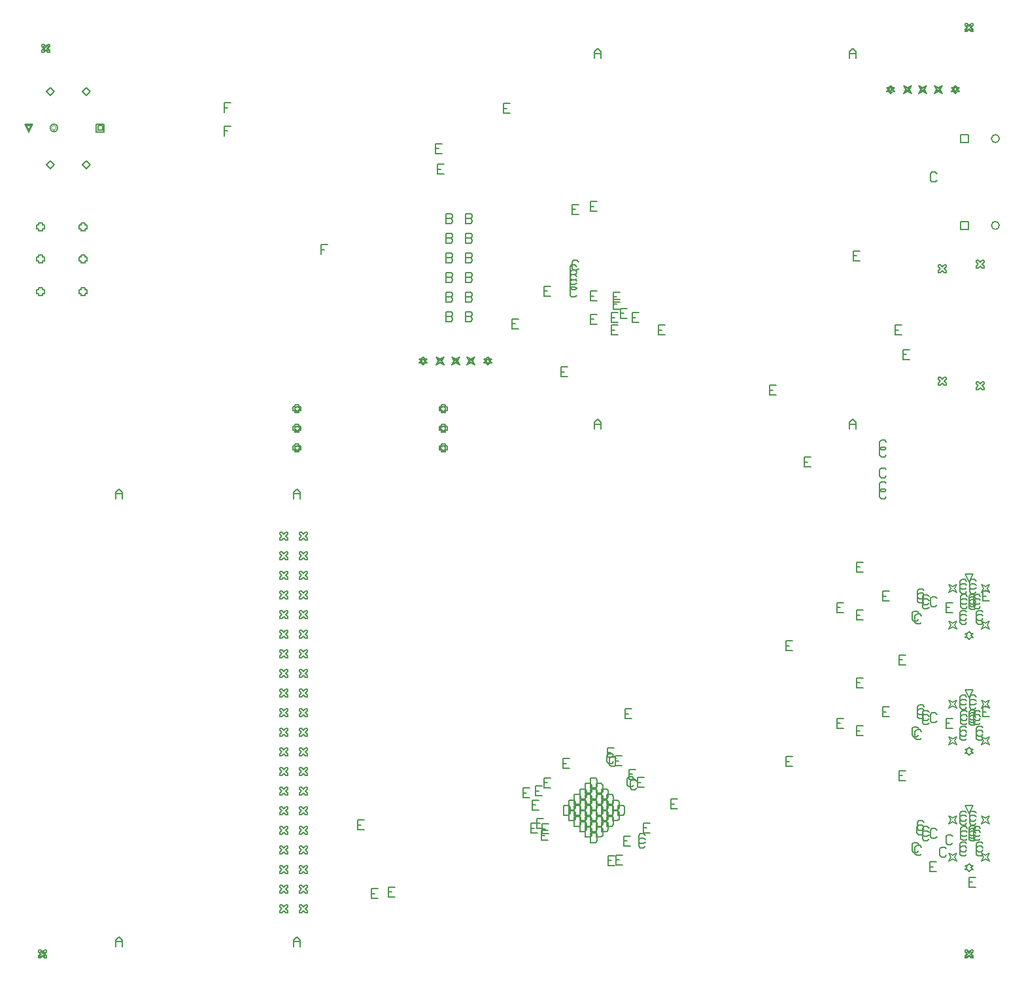
<source format=gbr>
%TF.GenerationSoftware,Altium Limited,Altium Designer,22.1.2 (22)*%
G04 Layer_Color=2752767*
%FSLAX26Y26*%
%MOIN*%
%TF.SameCoordinates,4DF63D30-2817-4CE9-9CB3-8786E99D956B*%
%TF.FilePolarity,Positive*%
%TF.FileFunction,Drawing*%
%TF.Part,Single*%
G01*
G75*
%TA.AperFunction,NonConductor*%
%ADD194C,0.005000*%
%ADD195C,0.006667*%
%ADD196C,0.004000*%
D194*
X5861890Y5319370D02*
Y5359370D01*
X5901890D01*
Y5319370D01*
X5861890D01*
Y4876850D02*
Y4916850D01*
X5901890D01*
Y4876850D01*
X5861890D01*
X5905512Y3080394D02*
X5885512Y3120394D01*
X5925512D01*
X5905512Y3080394D01*
Y2785118D02*
X5915512Y2795118D01*
X5925512D01*
X5915512Y2805118D01*
X5925512Y2815118D01*
X5915512D01*
X5905512Y2825118D01*
X5895512Y2815118D01*
X5885512D01*
X5895512Y2805118D01*
X5885512Y2795118D01*
X5895512D01*
X5905512Y2785118D01*
X5800866Y2838268D02*
X5810866Y2858268D01*
X5800866Y2878268D01*
X5820866Y2868268D01*
X5840866Y2878268D01*
X5830866Y2858268D01*
X5840866Y2838268D01*
X5820866Y2848268D01*
X5800866Y2838268D01*
Y3027244D02*
X5810866Y3047244D01*
X5800866Y3067244D01*
X5820866Y3057244D01*
X5840866Y3067244D01*
X5830866Y3047244D01*
X5840866Y3027244D01*
X5820866Y3037244D01*
X5800866Y3027244D01*
X5970158D02*
X5980158Y3047244D01*
X5970158Y3067244D01*
X5990158Y3057244D01*
X6010158Y3067244D01*
X6000158Y3047244D01*
X6010158Y3027244D01*
X5990158Y3037244D01*
X5970158Y3027244D01*
Y2838268D02*
X5980158Y2858268D01*
X5970158Y2878268D01*
X5990158Y2868268D01*
X6010158Y2878268D01*
X6000158Y2858268D01*
X6010158Y2838268D01*
X5990158Y2848268D01*
X5970158Y2838268D01*
X1377795Y4879764D02*
Y4869764D01*
X1397795D01*
Y4879764D01*
X1407795D01*
Y4899764D01*
X1397795D01*
Y4909764D01*
X1377795D01*
Y4899764D01*
X1367795D01*
Y4879764D01*
X1377795D01*
Y4714409D02*
Y4704409D01*
X1397795D01*
Y4714409D01*
X1407795D01*
Y4734409D01*
X1397795D01*
Y4744409D01*
X1377795D01*
Y4734409D01*
X1367795D01*
Y4714409D01*
X1377795D01*
Y4549055D02*
Y4539055D01*
X1397795D01*
Y4549055D01*
X1407795D01*
Y4569055D01*
X1397795D01*
Y4579055D01*
X1377795D01*
Y4569055D01*
X1367795D01*
Y4549055D01*
X1377795D01*
X1161260Y4879764D02*
Y4869764D01*
X1181260D01*
Y4879764D01*
X1191260D01*
Y4899764D01*
X1181260D01*
Y4909764D01*
X1161260D01*
Y4899764D01*
X1151260D01*
Y4879764D01*
X1161260D01*
Y4714409D02*
Y4704409D01*
X1181260D01*
Y4714409D01*
X1191260D01*
Y4734409D01*
X1181260D01*
Y4744409D01*
X1161260D01*
Y4734409D01*
X1151260D01*
Y4714409D01*
X1161260D01*
Y4549055D02*
Y4539055D01*
X1181260D01*
Y4549055D01*
X1191260D01*
Y4569055D01*
X1181260D01*
Y4579055D01*
X1161260D01*
Y4569055D01*
X1151260D01*
Y4549055D01*
X1161260D01*
X2390866Y3292205D02*
X2400866D01*
X2410866Y3302205D01*
X2420866Y3292205D01*
X2430866D01*
Y3302205D01*
X2420866Y3312205D01*
X2430866Y3322205D01*
Y3332205D01*
X2420866D01*
X2410866Y3322205D01*
X2400866Y3332205D01*
X2390866D01*
Y3322205D01*
X2400866Y3312205D01*
X2390866Y3302205D01*
Y3292205D01*
X2490866D02*
X2500866D01*
X2510866Y3302205D01*
X2520866Y3292205D01*
X2530866D01*
Y3302205D01*
X2520866Y3312205D01*
X2530866Y3322205D01*
Y3332205D01*
X2520866D01*
X2510866Y3322205D01*
X2500866Y3332205D01*
X2490866D01*
Y3322205D01*
X2500866Y3312205D01*
X2490866Y3302205D01*
Y3292205D01*
X2390866Y3192205D02*
X2400866D01*
X2410866Y3202205D01*
X2420866Y3192205D01*
X2430866D01*
Y3202205D01*
X2420866Y3212205D01*
X2430866Y3222205D01*
Y3232205D01*
X2420866D01*
X2410866Y3222205D01*
X2400866Y3232205D01*
X2390866D01*
Y3222205D01*
X2400866Y3212205D01*
X2390866Y3202205D01*
Y3192205D01*
X2490866D02*
X2500866D01*
X2510866Y3202205D01*
X2520866Y3192205D01*
X2530866D01*
Y3202205D01*
X2520866Y3212205D01*
X2530866Y3222205D01*
Y3232205D01*
X2520866D01*
X2510866Y3222205D01*
X2500866Y3232205D01*
X2490866D01*
Y3222205D01*
X2500866Y3212205D01*
X2490866Y3202205D01*
Y3192205D01*
X2390866Y3092205D02*
X2400866D01*
X2410866Y3102205D01*
X2420866Y3092205D01*
X2430866D01*
Y3102205D01*
X2420866Y3112205D01*
X2430866Y3122205D01*
Y3132205D01*
X2420866D01*
X2410866Y3122205D01*
X2400866Y3132205D01*
X2390866D01*
Y3122205D01*
X2400866Y3112205D01*
X2390866Y3102205D01*
Y3092205D01*
X2490866D02*
X2500866D01*
X2510866Y3102205D01*
X2520866Y3092205D01*
X2530866D01*
Y3102205D01*
X2520866Y3112205D01*
X2530866Y3122205D01*
Y3132205D01*
X2520866D01*
X2510866Y3122205D01*
X2500866Y3132205D01*
X2490866D01*
Y3122205D01*
X2500866Y3112205D01*
X2490866Y3102205D01*
Y3092205D01*
X2390866Y2992205D02*
X2400866D01*
X2410866Y3002205D01*
X2420866Y2992205D01*
X2430866D01*
Y3002205D01*
X2420866Y3012205D01*
X2430866Y3022205D01*
Y3032205D01*
X2420866D01*
X2410866Y3022205D01*
X2400866Y3032205D01*
X2390866D01*
Y3022205D01*
X2400866Y3012205D01*
X2390866Y3002205D01*
Y2992205D01*
X2490866D02*
X2500866D01*
X2510866Y3002205D01*
X2520866Y2992205D01*
X2530866D01*
Y3002205D01*
X2520866Y3012205D01*
X2530866Y3022205D01*
Y3032205D01*
X2520866D01*
X2510866Y3022205D01*
X2500866Y3032205D01*
X2490866D01*
Y3022205D01*
X2500866Y3012205D01*
X2490866Y3002205D01*
Y2992205D01*
X2390866Y2892205D02*
X2400866D01*
X2410866Y2902205D01*
X2420866Y2892205D01*
X2430866D01*
Y2902205D01*
X2420866Y2912205D01*
X2430866Y2922205D01*
Y2932205D01*
X2420866D01*
X2410866Y2922205D01*
X2400866Y2932205D01*
X2390866D01*
Y2922205D01*
X2400866Y2912205D01*
X2390866Y2902205D01*
Y2892205D01*
X2490866D02*
X2500866D01*
X2510866Y2902205D01*
X2520866Y2892205D01*
X2530866D01*
Y2902205D01*
X2520866Y2912205D01*
X2530866Y2922205D01*
Y2932205D01*
X2520866D01*
X2510866Y2922205D01*
X2500866Y2932205D01*
X2490866D01*
Y2922205D01*
X2500866Y2912205D01*
X2490866Y2902205D01*
Y2892205D01*
X2390866Y2792205D02*
X2400866D01*
X2410866Y2802205D01*
X2420866Y2792205D01*
X2430866D01*
Y2802205D01*
X2420866Y2812205D01*
X2430866Y2822205D01*
Y2832205D01*
X2420866D01*
X2410866Y2822205D01*
X2400866Y2832205D01*
X2390866D01*
Y2822205D01*
X2400866Y2812205D01*
X2390866Y2802205D01*
Y2792205D01*
X2490866D02*
X2500866D01*
X2510866Y2802205D01*
X2520866Y2792205D01*
X2530866D01*
Y2802205D01*
X2520866Y2812205D01*
X2530866Y2822205D01*
Y2832205D01*
X2520866D01*
X2510866Y2822205D01*
X2500866Y2832205D01*
X2490866D01*
Y2822205D01*
X2500866Y2812205D01*
X2490866Y2802205D01*
Y2792205D01*
X2390866Y2692205D02*
X2400866D01*
X2410866Y2702205D01*
X2420866Y2692205D01*
X2430866D01*
Y2702205D01*
X2420866Y2712205D01*
X2430866Y2722205D01*
Y2732205D01*
X2420866D01*
X2410866Y2722205D01*
X2400866Y2732205D01*
X2390866D01*
Y2722205D01*
X2400866Y2712205D01*
X2390866Y2702205D01*
Y2692205D01*
X2490866D02*
X2500866D01*
X2510866Y2702205D01*
X2520866Y2692205D01*
X2530866D01*
Y2702205D01*
X2520866Y2712205D01*
X2530866Y2722205D01*
Y2732205D01*
X2520866D01*
X2510866Y2722205D01*
X2500866Y2732205D01*
X2490866D01*
Y2722205D01*
X2500866Y2712205D01*
X2490866Y2702205D01*
Y2692205D01*
X2390866Y2592205D02*
X2400866D01*
X2410866Y2602205D01*
X2420866Y2592205D01*
X2430866D01*
Y2602205D01*
X2420866Y2612205D01*
X2430866Y2622205D01*
Y2632205D01*
X2420866D01*
X2410866Y2622205D01*
X2400866Y2632205D01*
X2390866D01*
Y2622205D01*
X2400866Y2612205D01*
X2390866Y2602205D01*
Y2592205D01*
X2490866D02*
X2500866D01*
X2510866Y2602205D01*
X2520866Y2592205D01*
X2530866D01*
Y2602205D01*
X2520866Y2612205D01*
X2530866Y2622205D01*
Y2632205D01*
X2520866D01*
X2510866Y2622205D01*
X2500866Y2632205D01*
X2490866D01*
Y2622205D01*
X2500866Y2612205D01*
X2490866Y2602205D01*
Y2592205D01*
X2390866Y2492205D02*
X2400866D01*
X2410866Y2502205D01*
X2420866Y2492205D01*
X2430866D01*
Y2502205D01*
X2420866Y2512205D01*
X2430866Y2522205D01*
Y2532205D01*
X2420866D01*
X2410866Y2522205D01*
X2400866Y2532205D01*
X2390866D01*
Y2522205D01*
X2400866Y2512205D01*
X2390866Y2502205D01*
Y2492205D01*
X2490866D02*
X2500866D01*
X2510866Y2502205D01*
X2520866Y2492205D01*
X2530866D01*
Y2502205D01*
X2520866Y2512205D01*
X2530866Y2522205D01*
Y2532205D01*
X2520866D01*
X2510866Y2522205D01*
X2500866Y2532205D01*
X2490866D01*
Y2522205D01*
X2500866Y2512205D01*
X2490866Y2502205D01*
Y2492205D01*
X2390866Y2392205D02*
X2400866D01*
X2410866Y2402205D01*
X2420866Y2392205D01*
X2430866D01*
Y2402205D01*
X2420866Y2412205D01*
X2430866Y2422205D01*
Y2432205D01*
X2420866D01*
X2410866Y2422205D01*
X2400866Y2432205D01*
X2390866D01*
Y2422205D01*
X2400866Y2412205D01*
X2390866Y2402205D01*
Y2392205D01*
X2490866D02*
X2500866D01*
X2510866Y2402205D01*
X2520866Y2392205D01*
X2530866D01*
Y2402205D01*
X2520866Y2412205D01*
X2530866Y2422205D01*
Y2432205D01*
X2520866D01*
X2510866Y2422205D01*
X2500866Y2432205D01*
X2490866D01*
Y2422205D01*
X2500866Y2412205D01*
X2490866Y2402205D01*
Y2392205D01*
X2390866Y2292205D02*
X2400866D01*
X2410866Y2302205D01*
X2420866Y2292205D01*
X2430866D01*
Y2302205D01*
X2420866Y2312205D01*
X2430866Y2322205D01*
Y2332205D01*
X2420866D01*
X2410866Y2322205D01*
X2400866Y2332205D01*
X2390866D01*
Y2322205D01*
X2400866Y2312205D01*
X2390866Y2302205D01*
Y2292205D01*
X2490866D02*
X2500866D01*
X2510866Y2302205D01*
X2520866Y2292205D01*
X2530866D01*
Y2302205D01*
X2520866Y2312205D01*
X2530866Y2322205D01*
Y2332205D01*
X2520866D01*
X2510866Y2322205D01*
X2500866Y2332205D01*
X2490866D01*
Y2322205D01*
X2500866Y2312205D01*
X2490866Y2302205D01*
Y2292205D01*
X2390866Y2192205D02*
X2400866D01*
X2410866Y2202205D01*
X2420866Y2192205D01*
X2430866D01*
Y2202205D01*
X2420866Y2212205D01*
X2430866Y2222205D01*
Y2232205D01*
X2420866D01*
X2410866Y2222205D01*
X2400866Y2232205D01*
X2390866D01*
Y2222205D01*
X2400866Y2212205D01*
X2390866Y2202205D01*
Y2192205D01*
X2490866D02*
X2500866D01*
X2510866Y2202205D01*
X2520866Y2192205D01*
X2530866D01*
Y2202205D01*
X2520866Y2212205D01*
X2530866Y2222205D01*
Y2232205D01*
X2520866D01*
X2510866Y2222205D01*
X2500866Y2232205D01*
X2490866D01*
Y2222205D01*
X2500866Y2212205D01*
X2490866Y2202205D01*
Y2192205D01*
X2390866Y2092205D02*
X2400866D01*
X2410866Y2102205D01*
X2420866Y2092205D01*
X2430866D01*
Y2102205D01*
X2420866Y2112205D01*
X2430866Y2122205D01*
Y2132205D01*
X2420866D01*
X2410866Y2122205D01*
X2400866Y2132205D01*
X2390866D01*
Y2122205D01*
X2400866Y2112205D01*
X2390866Y2102205D01*
Y2092205D01*
X2490866D02*
X2500866D01*
X2510866Y2102205D01*
X2520866Y2092205D01*
X2530866D01*
Y2102205D01*
X2520866Y2112205D01*
X2530866Y2122205D01*
Y2132205D01*
X2520866D01*
X2510866Y2122205D01*
X2500866Y2132205D01*
X2490866D01*
Y2122205D01*
X2500866Y2112205D01*
X2490866Y2102205D01*
Y2092205D01*
X2390866Y1992205D02*
X2400866D01*
X2410866Y2002205D01*
X2420866Y1992205D01*
X2430866D01*
Y2002205D01*
X2420866Y2012205D01*
X2430866Y2022205D01*
Y2032205D01*
X2420866D01*
X2410866Y2022205D01*
X2400866Y2032205D01*
X2390866D01*
Y2022205D01*
X2400866Y2012205D01*
X2390866Y2002205D01*
Y1992205D01*
X2490866D02*
X2500866D01*
X2510866Y2002205D01*
X2520866Y1992205D01*
X2530866D01*
Y2002205D01*
X2520866Y2012205D01*
X2530866Y2022205D01*
Y2032205D01*
X2520866D01*
X2510866Y2022205D01*
X2500866Y2032205D01*
X2490866D01*
Y2022205D01*
X2500866Y2012205D01*
X2490866Y2002205D01*
Y1992205D01*
X2390866Y1892205D02*
X2400866D01*
X2410866Y1902205D01*
X2420866Y1892205D01*
X2430866D01*
Y1902205D01*
X2420866Y1912205D01*
X2430866Y1922205D01*
Y1932205D01*
X2420866D01*
X2410866Y1922205D01*
X2400866Y1932205D01*
X2390866D01*
Y1922205D01*
X2400866Y1912205D01*
X2390866Y1902205D01*
Y1892205D01*
X2490866D02*
X2500866D01*
X2510866Y1902205D01*
X2520866Y1892205D01*
X2530866D01*
Y1902205D01*
X2520866Y1912205D01*
X2530866Y1922205D01*
Y1932205D01*
X2520866D01*
X2510866Y1922205D01*
X2500866Y1932205D01*
X2490866D01*
Y1922205D01*
X2500866Y1912205D01*
X2490866Y1902205D01*
Y1892205D01*
X2390866Y1792205D02*
X2400866D01*
X2410866Y1802205D01*
X2420866Y1792205D01*
X2430866D01*
Y1802205D01*
X2420866Y1812205D01*
X2430866Y1822205D01*
Y1832205D01*
X2420866D01*
X2410866Y1822205D01*
X2400866Y1832205D01*
X2390866D01*
Y1822205D01*
X2400866Y1812205D01*
X2390866Y1802205D01*
Y1792205D01*
X2490866D02*
X2500866D01*
X2510866Y1802205D01*
X2520866Y1792205D01*
X2530866D01*
Y1802205D01*
X2520866Y1812205D01*
X2530866Y1822205D01*
Y1832205D01*
X2520866D01*
X2510866Y1822205D01*
X2500866Y1832205D01*
X2490866D01*
Y1822205D01*
X2500866Y1812205D01*
X2490866Y1802205D01*
Y1792205D01*
X2390866Y1692205D02*
X2400866D01*
X2410866Y1702205D01*
X2420866Y1692205D01*
X2430866D01*
Y1702205D01*
X2420866Y1712205D01*
X2430866Y1722205D01*
Y1732205D01*
X2420866D01*
X2410866Y1722205D01*
X2400866Y1732205D01*
X2390866D01*
Y1722205D01*
X2400866Y1712205D01*
X2390866Y1702205D01*
Y1692205D01*
X2490866D02*
X2500866D01*
X2510866Y1702205D01*
X2520866Y1692205D01*
X2530866D01*
Y1702205D01*
X2520866Y1712205D01*
X2530866Y1722205D01*
Y1732205D01*
X2520866D01*
X2510866Y1722205D01*
X2500866Y1732205D01*
X2490866D01*
Y1722205D01*
X2500866Y1712205D01*
X2490866Y1702205D01*
Y1692205D01*
X2390866Y1592205D02*
X2400866D01*
X2410866Y1602205D01*
X2420866Y1592205D01*
X2430866D01*
Y1602205D01*
X2420866Y1612205D01*
X2430866Y1622205D01*
Y1632205D01*
X2420866D01*
X2410866Y1622205D01*
X2400866Y1632205D01*
X2390866D01*
Y1622205D01*
X2400866Y1612205D01*
X2390866Y1602205D01*
Y1592205D01*
X2490866D02*
X2500866D01*
X2510866Y1602205D01*
X2520866Y1592205D01*
X2530866D01*
Y1602205D01*
X2520866Y1612205D01*
X2530866Y1622205D01*
Y1632205D01*
X2520866D01*
X2510866Y1622205D01*
X2500866Y1632205D01*
X2490866D01*
Y1622205D01*
X2500866Y1612205D01*
X2490866Y1602205D01*
Y1592205D01*
X2390866Y1492205D02*
X2400866D01*
X2410866Y1502205D01*
X2420866Y1492205D01*
X2430866D01*
Y1502205D01*
X2420866Y1512205D01*
X2430866Y1522205D01*
Y1532205D01*
X2420866D01*
X2410866Y1522205D01*
X2400866Y1532205D01*
X2390866D01*
Y1522205D01*
X2400866Y1512205D01*
X2390866Y1502205D01*
Y1492205D01*
X2490866D02*
X2500866D01*
X2510866Y1502205D01*
X2520866Y1492205D01*
X2530866D01*
Y1502205D01*
X2520866Y1512205D01*
X2530866Y1522205D01*
Y1532205D01*
X2520866D01*
X2510866Y1522205D01*
X2500866Y1532205D01*
X2490866D01*
Y1522205D01*
X2500866Y1512205D01*
X2490866Y1502205D01*
Y1492205D01*
X2390866Y1392205D02*
X2400866D01*
X2410866Y1402205D01*
X2420866Y1392205D01*
X2430866D01*
Y1402205D01*
X2420866Y1412205D01*
X2430866Y1422205D01*
Y1432205D01*
X2420866D01*
X2410866Y1422205D01*
X2400866Y1432205D01*
X2390866D01*
Y1422205D01*
X2400866Y1412205D01*
X2390866Y1402205D01*
Y1392205D01*
X2490866D02*
X2500866D01*
X2510866Y1402205D01*
X2520866Y1392205D01*
X2530866D01*
Y1402205D01*
X2520866Y1412205D01*
X2530866Y1422205D01*
Y1432205D01*
X2520866D01*
X2510866Y1422205D01*
X2500866Y1432205D01*
X2490866D01*
Y1422205D01*
X2500866Y1412205D01*
X2490866Y1402205D01*
Y1392205D01*
X1385512Y5206693D02*
X1405512Y5226693D01*
X1425512Y5206693D01*
X1405512Y5186693D01*
X1385512Y5206693D01*
Y5580709D02*
X1405512Y5600709D01*
X1425512Y5580709D01*
X1405512Y5560709D01*
X1385512Y5580709D01*
X1456378Y5373701D02*
Y5413701D01*
X1496378D01*
Y5373701D01*
X1456378D01*
X1464378Y5381701D02*
Y5405701D01*
X1488378D01*
Y5381701D01*
X1464378D01*
X1112205Y5373701D02*
X1092205Y5413701D01*
X1132205D01*
X1112205Y5373701D01*
Y5381701D02*
X1100205Y5405701D01*
X1124205D01*
X1112205Y5381701D01*
X1200472Y5580709D02*
X1220472Y5600709D01*
X1240472Y5580709D01*
X1220472Y5560709D01*
X1200472Y5580709D01*
Y5206693D02*
X1220472Y5226693D01*
X1240472Y5206693D01*
X1220472Y5186693D01*
X1200472Y5206693D01*
X5834646Y5570551D02*
X5844646Y5580551D01*
X5854646D01*
X5844646Y5590551D01*
X5854646Y5600551D01*
X5844646D01*
X5834646Y5610551D01*
X5824646Y5600551D01*
X5814646D01*
X5824646Y5590551D01*
X5814646Y5580551D01*
X5824646D01*
X5834646Y5570551D01*
Y5578551D02*
X5840646Y5584551D01*
X5846646D01*
X5840646Y5590551D01*
X5846646Y5596551D01*
X5840646D01*
X5834646Y5602551D01*
X5828646Y5596551D01*
X5822646D01*
X5828646Y5590551D01*
X5822646Y5584551D01*
X5828646D01*
X5834646Y5578551D01*
X5503937Y5570551D02*
X5513937Y5580551D01*
X5523937D01*
X5513937Y5590551D01*
X5523937Y5600551D01*
X5513937D01*
X5503937Y5610551D01*
X5493937Y5600551D01*
X5483937D01*
X5493937Y5590551D01*
X5483937Y5580551D01*
X5493937D01*
X5503937Y5570551D01*
Y5578551D02*
X5509937Y5584551D01*
X5515937D01*
X5509937Y5590551D01*
X5515937Y5596551D01*
X5509937D01*
X5503937Y5602551D01*
X5497937Y5596551D01*
X5491937D01*
X5497937Y5590551D01*
X5491937Y5584551D01*
X5497937D01*
X5503937Y5578551D01*
X5570551Y5570551D02*
X5580551Y5590551D01*
X5570551Y5610551D01*
X5590551Y5600551D01*
X5610551Y5610551D01*
X5600551Y5590551D01*
X5610551Y5570551D01*
X5590551Y5580551D01*
X5570551Y5570551D01*
X5578551Y5578551D02*
X5584551Y5590551D01*
X5578551Y5602551D01*
X5590551Y5596551D01*
X5602551Y5602551D01*
X5596551Y5590551D01*
X5602551Y5578551D01*
X5590551Y5584551D01*
X5578551Y5578551D01*
X5649291Y5570551D02*
X5659291Y5590551D01*
X5649291Y5610551D01*
X5669291Y5600551D01*
X5689291Y5610551D01*
X5679291Y5590551D01*
X5689291Y5570551D01*
X5669291Y5580551D01*
X5649291Y5570551D01*
X5657291Y5578551D02*
X5663291Y5590551D01*
X5657291Y5602551D01*
X5669291Y5596551D01*
X5681291Y5602551D01*
X5675291Y5590551D01*
X5681291Y5578551D01*
X5669291Y5584551D01*
X5657291Y5578551D01*
X5728032Y5570551D02*
X5738032Y5590551D01*
X5728032Y5610551D01*
X5748032Y5600551D01*
X5768032Y5610551D01*
X5758032Y5590551D01*
X5768032Y5570551D01*
X5748032Y5580551D01*
X5728032Y5570551D01*
X5736032Y5578551D02*
X5742032Y5590551D01*
X5736032Y5602551D01*
X5748032Y5596551D01*
X5760032Y5602551D01*
X5754032Y5590551D01*
X5760032Y5578551D01*
X5748032Y5584551D01*
X5736032Y5578551D01*
X3214409Y3952205D02*
Y3942205D01*
X3234409D01*
Y3952205D01*
X3244409D01*
Y3972205D01*
X3234409D01*
Y3982205D01*
X3214409D01*
Y3972205D01*
X3204409D01*
Y3952205D01*
X3214409D01*
X3218409Y3956205D02*
Y3950205D01*
X3230409D01*
Y3956205D01*
X3236409D01*
Y3968205D01*
X3230409D01*
Y3974205D01*
X3218409D01*
Y3968205D01*
X3212409D01*
Y3956205D01*
X3218409D01*
X3214409Y3852205D02*
Y3842205D01*
X3234409D01*
Y3852205D01*
X3244409D01*
Y3872205D01*
X3234409D01*
Y3882205D01*
X3214409D01*
Y3872205D01*
X3204409D01*
Y3852205D01*
X3214409D01*
X3218409Y3856205D02*
Y3850205D01*
X3230409D01*
Y3856205D01*
X3236409D01*
Y3868205D01*
X3230409D01*
Y3874205D01*
X3218409D01*
Y3868205D01*
X3212409D01*
Y3856205D01*
X3218409D01*
X3214409Y3752205D02*
Y3742205D01*
X3234409D01*
Y3752205D01*
X3244409D01*
Y3772205D01*
X3234409D01*
Y3782205D01*
X3214409D01*
Y3772205D01*
X3204409D01*
Y3752205D01*
X3214409D01*
X3218409Y3756205D02*
Y3750205D01*
X3230409D01*
Y3756205D01*
X3236409D01*
Y3768205D01*
X3230409D01*
Y3774205D01*
X3218409D01*
Y3768205D01*
X3212409D01*
Y3756205D01*
X3218409D01*
X5885512Y5885512D02*
X5895512D01*
X5905512Y5895512D01*
X5915512Y5885512D01*
X5925512D01*
Y5895512D01*
X5915512Y5905512D01*
X5925512Y5915512D01*
Y5925512D01*
X5915512D01*
X5905512Y5915512D01*
X5895512Y5925512D01*
X5885512D01*
Y5915512D01*
X5895512Y5905512D01*
X5885512Y5895512D01*
Y5885512D01*
X5893512Y5893512D02*
X5899512D01*
X5905512Y5899512D01*
X5911512Y5893512D01*
X5917512D01*
Y5899512D01*
X5911512Y5905512D01*
X5917512Y5911512D01*
Y5917512D01*
X5911512D01*
X5905512Y5911512D01*
X5899512Y5917512D01*
X5893512D01*
Y5911512D01*
X5899512Y5905512D01*
X5893512Y5899512D01*
Y5893512D01*
X5747717Y4655197D02*
X5757717D01*
X5767717Y4665197D01*
X5777717Y4655197D01*
X5787717D01*
Y4665197D01*
X5777717Y4675197D01*
X5787717Y4685197D01*
Y4695197D01*
X5777717D01*
X5767717Y4685197D01*
X5757717Y4695197D01*
X5747717D01*
Y4685197D01*
X5757717Y4675197D01*
X5747717Y4665197D01*
Y4655197D01*
X5940630Y4678819D02*
X5950630D01*
X5960630Y4688819D01*
X5970630Y4678819D01*
X5980630D01*
Y4688819D01*
X5970630Y4698819D01*
X5980630Y4708819D01*
Y4718819D01*
X5970630D01*
X5960630Y4708819D01*
X5950630Y4718819D01*
X5940630D01*
Y4708819D01*
X5950630Y4698819D01*
X5940630Y4688819D01*
Y4678819D01*
X5747717Y4084331D02*
X5757717D01*
X5767717Y4094331D01*
X5777717Y4084331D01*
X5787717D01*
Y4094331D01*
X5777717Y4104331D01*
X5787717Y4114331D01*
Y4124331D01*
X5777717D01*
X5767717Y4114331D01*
X5757717Y4124331D01*
X5747717D01*
Y4114331D01*
X5757717Y4104331D01*
X5747717Y4094331D01*
Y4084331D01*
X5940630Y4060709D02*
X5950630D01*
X5960630Y4070709D01*
X5970630Y4060709D01*
X5980630D01*
Y4070709D01*
X5970630Y4080709D01*
X5980630Y4090709D01*
Y4100709D01*
X5970630D01*
X5960630Y4090709D01*
X5950630Y4100709D01*
X5940630D01*
Y4090709D01*
X5950630Y4080709D01*
X5940630Y4070709D01*
Y4060709D01*
X2460630Y3503937D02*
Y3537260D01*
X2477291Y3553921D01*
X2493952Y3537260D01*
Y3503937D01*
Y3528929D01*
X2460630D01*
X3239961Y4456283D02*
Y4406299D01*
X3264952D01*
X3273283Y4414630D01*
Y4422961D01*
X3264952Y4431291D01*
X3239961D01*
X3264952D01*
X3273283Y4439622D01*
Y4447952D01*
X3264952Y4456283D01*
X3239961D01*
X3339961D02*
Y4406299D01*
X3364952D01*
X3373283Y4414630D01*
Y4422961D01*
X3364952Y4431291D01*
X3339961D01*
X3364952D01*
X3373283Y4439622D01*
Y4447952D01*
X3364952Y4456283D01*
X3339961D01*
X5905512Y1899291D02*
X5885512Y1939291D01*
X5925512D01*
X5905512Y1899291D01*
Y1604016D02*
X5915512Y1614016D01*
X5925512D01*
X5915512Y1624016D01*
X5925512Y1634016D01*
X5915512D01*
X5905512Y1644016D01*
X5895512Y1634016D01*
X5885512D01*
X5895512Y1624016D01*
X5885512Y1614016D01*
X5895512D01*
X5905512Y1604016D01*
X5800866Y1657165D02*
X5810866Y1677165D01*
X5800866Y1697165D01*
X5820866Y1687165D01*
X5840866Y1697165D01*
X5830866Y1677165D01*
X5840866Y1657165D01*
X5820866Y1667165D01*
X5800866Y1657165D01*
Y1846142D02*
X5810866Y1866142D01*
X5800866Y1886142D01*
X5820866Y1876142D01*
X5840866Y1886142D01*
X5830866Y1866142D01*
X5840866Y1846142D01*
X5820866Y1856142D01*
X5800866Y1846142D01*
X5970158D02*
X5980158Y1866142D01*
X5970158Y1886142D01*
X5990158Y1876142D01*
X6010158Y1886142D01*
X6000158Y1866142D01*
X6010158Y1846142D01*
X5990158Y1856142D01*
X5970158Y1846142D01*
Y1657165D02*
X5980158Y1677165D01*
X5970158Y1697165D01*
X5990158Y1687165D01*
X6010158Y1697165D01*
X6000158Y1677165D01*
X6010158Y1657165D01*
X5990158Y1667165D01*
X5970158Y1657165D01*
X5905512Y2489843D02*
X5885512Y2529843D01*
X5925512D01*
X5905512Y2489843D01*
Y2194567D02*
X5915512Y2204567D01*
X5925512D01*
X5915512Y2214567D01*
X5925512Y2224567D01*
X5915512D01*
X5905512Y2234567D01*
X5895512Y2224567D01*
X5885512D01*
X5895512Y2214567D01*
X5885512Y2204567D01*
X5895512D01*
X5905512Y2194567D01*
X5800866Y2247716D02*
X5810866Y2267716D01*
X5800866Y2287716D01*
X5820866Y2277716D01*
X5840866Y2287716D01*
X5830866Y2267716D01*
X5840866Y2247716D01*
X5820866Y2257716D01*
X5800866Y2247716D01*
Y2436693D02*
X5810866Y2456693D01*
X5800866Y2476693D01*
X5820866Y2466693D01*
X5840866Y2476693D01*
X5830866Y2456693D01*
X5840866Y2436693D01*
X5820866Y2446693D01*
X5800866Y2436693D01*
X5970158D02*
X5980158Y2456693D01*
X5970158Y2476693D01*
X5990158Y2466693D01*
X6010158Y2476693D01*
X6000158Y2456693D01*
X6010158Y2436693D01*
X5990158Y2446693D01*
X5970158Y2436693D01*
Y2247716D02*
X5980158Y2267716D01*
X5970158Y2287716D01*
X5990158Y2277716D01*
X6010158Y2287716D01*
X6000158Y2267716D01*
X6010158Y2247716D01*
X5990158Y2257716D01*
X5970158Y2247716D01*
X3239961Y4856283D02*
Y4806299D01*
X3264952D01*
X3273283Y4814630D01*
Y4822961D01*
X3264952Y4831291D01*
X3239961D01*
X3264952D01*
X3273283Y4839622D01*
Y4847952D01*
X3264952Y4856283D01*
X3239961D01*
X3339961D02*
Y4806299D01*
X3364952D01*
X3373283Y4814630D01*
Y4822961D01*
X3364952Y4831291D01*
X3339961D01*
X3364952D01*
X3373283Y4839622D01*
Y4847952D01*
X3364952Y4856283D01*
X3339961D01*
Y4956283D02*
Y4906299D01*
X3364952D01*
X3373283Y4914630D01*
Y4922961D01*
X3364952Y4931291D01*
X3339961D01*
X3364952D01*
X3373283Y4939622D01*
Y4947952D01*
X3364952Y4956283D01*
X3339961D01*
X3239961D02*
Y4906299D01*
X3264952D01*
X3273283Y4914630D01*
Y4922961D01*
X3264952Y4931291D01*
X3239961D01*
X3264952D01*
X3273283Y4939622D01*
Y4947952D01*
X3264952Y4956283D01*
X3239961D01*
Y4756283D02*
Y4706299D01*
X3264952D01*
X3273283Y4714630D01*
Y4722961D01*
X3264952Y4731291D01*
X3239961D01*
X3264952D01*
X3273283Y4739622D01*
Y4747952D01*
X3264952Y4756283D01*
X3239961D01*
X3339961D02*
Y4706299D01*
X3364952D01*
X3373283Y4714630D01*
Y4722961D01*
X3364952Y4731291D01*
X3339961D01*
X3364952D01*
X3373283Y4739622D01*
Y4747952D01*
X3364952Y4756283D01*
X3339961D01*
X3239961Y4656283D02*
Y4606299D01*
X3264952D01*
X3273283Y4614630D01*
Y4622961D01*
X3264952Y4631291D01*
X3239961D01*
X3264952D01*
X3273283Y4639622D01*
Y4647952D01*
X3264952Y4656283D01*
X3239961D01*
X3339961D02*
Y4606299D01*
X3364952D01*
X3373283Y4614630D01*
Y4622961D01*
X3364952Y4631291D01*
X3339961D01*
X3364952D01*
X3373283Y4639622D01*
Y4647952D01*
X3364952Y4656283D01*
X3339961D01*
X3239961Y4556283D02*
Y4506299D01*
X3264952D01*
X3273283Y4514630D01*
Y4522961D01*
X3264952Y4531291D01*
X3239961D01*
X3264952D01*
X3273283Y4539622D01*
Y4547952D01*
X3264952Y4556283D01*
X3239961D01*
X3339961D02*
Y4506299D01*
X3364952D01*
X3373283Y4514630D01*
Y4522961D01*
X3364952Y4531291D01*
X3339961D01*
X3364952D01*
X3373283Y4539622D01*
Y4547952D01*
X3364952Y4556283D01*
X3339961D01*
X3122047Y4184724D02*
X3132047Y4194724D01*
X3142047D01*
X3132047Y4204724D01*
X3142047Y4214724D01*
X3132047D01*
X3122047Y4224724D01*
X3112047Y4214724D01*
X3102047D01*
X3112047Y4204724D01*
X3102047Y4194724D01*
X3112047D01*
X3122047Y4184724D01*
Y4192724D02*
X3128047Y4198724D01*
X3134047D01*
X3128047Y4204724D01*
X3134047Y4210724D01*
X3128047D01*
X3122047Y4216724D01*
X3116047Y4210724D01*
X3110047D01*
X3116047Y4204724D01*
X3110047Y4198724D01*
X3116047D01*
X3122047Y4192724D01*
X3452756Y4184724D02*
X3462756Y4194724D01*
X3472756D01*
X3462756Y4204724D01*
X3472756Y4214724D01*
X3462756D01*
X3452756Y4224724D01*
X3442756Y4214724D01*
X3432756D01*
X3442756Y4204724D01*
X3432756Y4194724D01*
X3442756D01*
X3452756Y4184724D01*
Y4192724D02*
X3458756Y4198724D01*
X3464756D01*
X3458756Y4204724D01*
X3464756Y4210724D01*
X3458756D01*
X3452756Y4216724D01*
X3446756Y4210724D01*
X3440756D01*
X3446756Y4204724D01*
X3440756Y4198724D01*
X3446756D01*
X3452756Y4192724D01*
X3346142Y4184724D02*
X3356142Y4204724D01*
X3346142Y4224724D01*
X3366142Y4214724D01*
X3386142Y4224724D01*
X3376142Y4204724D01*
X3386142Y4184724D01*
X3366142Y4194724D01*
X3346142Y4184724D01*
X3354142Y4192724D02*
X3360142Y4204724D01*
X3354142Y4216724D01*
X3366142Y4210724D01*
X3378142Y4216724D01*
X3372142Y4204724D01*
X3378142Y4192724D01*
X3366142Y4198724D01*
X3354142Y4192724D01*
X3267402Y4184724D02*
X3277402Y4204724D01*
X3267402Y4224724D01*
X3287402Y4214724D01*
X3307402Y4224724D01*
X3297402Y4204724D01*
X3307402Y4184724D01*
X3287402Y4194724D01*
X3267402Y4184724D01*
X3275402Y4192724D02*
X3281402Y4204724D01*
X3275402Y4216724D01*
X3287402Y4210724D01*
X3299402Y4216724D01*
X3293402Y4204724D01*
X3299402Y4192724D01*
X3287402Y4198724D01*
X3275402Y4192724D01*
X3188661Y4184724D02*
X3198661Y4204724D01*
X3188661Y4224724D01*
X3208661Y4214724D01*
X3228661Y4224724D01*
X3218661Y4204724D01*
X3228661Y4184724D01*
X3208661Y4194724D01*
X3188661Y4184724D01*
X3196661Y4192724D02*
X3202661Y4204724D01*
X3196661Y4216724D01*
X3208661Y4210724D01*
X3220661Y4216724D01*
X3214661Y4204724D01*
X3220661Y4192724D01*
X3208661Y4198724D01*
X3196661Y4192724D01*
X1161102Y1161102D02*
X1171102D01*
X1181102Y1171102D01*
X1191102Y1161102D01*
X1201102D01*
Y1171102D01*
X1191102Y1181102D01*
X1201102Y1191102D01*
Y1201102D01*
X1191102D01*
X1181102Y1191102D01*
X1171102Y1201102D01*
X1161102D01*
Y1191102D01*
X1171102Y1181102D01*
X1161102Y1171102D01*
Y1161102D01*
X1169102Y1169102D02*
X1175102D01*
X1181102Y1175102D01*
X1187102Y1169102D01*
X1193102D01*
Y1175102D01*
X1187102Y1181102D01*
X1193102Y1187102D01*
Y1193102D01*
X1187102D01*
X1181102Y1187102D01*
X1175102Y1193102D01*
X1169102D01*
Y1187102D01*
X1175102Y1181102D01*
X1169102Y1175102D01*
Y1169102D01*
X1180000Y5780000D02*
X1190000D01*
X1200000Y5790000D01*
X1210000Y5780000D01*
X1220000D01*
Y5790000D01*
X1210000Y5800000D01*
X1220000Y5810000D01*
Y5820000D01*
X1210000D01*
X1200000Y5810000D01*
X1190000Y5820000D01*
X1180000D01*
Y5810000D01*
X1190000Y5800000D01*
X1180000Y5790000D01*
Y5780000D01*
X1188000Y5788000D02*
X1194000D01*
X1200000Y5794000D01*
X1206000Y5788000D01*
X1212000D01*
Y5794000D01*
X1206000Y5800000D01*
X1212000Y5806000D01*
Y5812000D01*
X1206000D01*
X1200000Y5806000D01*
X1194000Y5812000D01*
X1188000D01*
Y5806000D01*
X1194000Y5800000D01*
X1188000Y5794000D01*
Y5788000D01*
X5885512Y1161102D02*
X5895512D01*
X5905512Y1171102D01*
X5915512Y1161102D01*
X5925512D01*
Y1171102D01*
X5915512Y1181102D01*
X5925512Y1191102D01*
Y1201102D01*
X5915512D01*
X5905512Y1191102D01*
X5895512Y1201102D01*
X5885512D01*
Y1191102D01*
X5895512Y1181102D01*
X5885512Y1171102D01*
Y1161102D01*
X5893512Y1169102D02*
X5899512D01*
X5905512Y1175102D01*
X5911512Y1169102D01*
X5917512D01*
Y1175102D01*
X5911512Y1181102D01*
X5917512Y1187102D01*
Y1193102D01*
X5911512D01*
X5905512Y1187102D01*
X5899512Y1193102D01*
X5893512D01*
Y1187102D01*
X5899512Y1181102D01*
X5893512Y1175102D01*
Y1169102D01*
X2470315Y3952205D02*
Y3942205D01*
X2490315D01*
Y3952205D01*
X2500315D01*
Y3972205D01*
X2490315D01*
Y3982205D01*
X2470315D01*
Y3972205D01*
X2460315D01*
Y3952205D01*
X2470315D01*
X2474315Y3956205D02*
Y3950205D01*
X2486315D01*
Y3956205D01*
X2492315D01*
Y3968205D01*
X2486315D01*
Y3974205D01*
X2474315D01*
Y3968205D01*
X2468315D01*
Y3956205D01*
X2474315D01*
X2470315Y3852205D02*
Y3842205D01*
X2490315D01*
Y3852205D01*
X2500315D01*
Y3872205D01*
X2490315D01*
Y3882205D01*
X2470315D01*
Y3872205D01*
X2460315D01*
Y3852205D01*
X2470315D01*
X2474315Y3856205D02*
Y3850205D01*
X2486315D01*
Y3856205D01*
X2492315D01*
Y3868205D01*
X2486315D01*
Y3874205D01*
X2474315D01*
Y3868205D01*
X2468315D01*
Y3856205D01*
X2474315D01*
X2470315Y3752205D02*
Y3742205D01*
X2490315D01*
Y3752205D01*
X2500315D01*
Y3772205D01*
X2490315D01*
Y3782205D01*
X2470315D01*
Y3772205D01*
X2460315D01*
Y3752205D01*
X2470315D01*
X2474315Y3756205D02*
Y3750205D01*
X2486315D01*
Y3756205D01*
X2492315D01*
Y3768205D01*
X2486315D01*
Y3774205D01*
X2474315D01*
Y3768205D01*
X2468315D01*
Y3756205D01*
X2474315D01*
X3996063Y3858268D02*
Y3891590D01*
X4012724Y3908251D01*
X4029386Y3891590D01*
Y3858268D01*
Y3883260D01*
X3996063D01*
X5295276Y3858268D02*
Y3891590D01*
X5311937Y3908251D01*
X5328598Y3891590D01*
Y3858268D01*
Y3883260D01*
X5295276D01*
X3996063Y5748032D02*
Y5781354D01*
X4012724Y5798015D01*
X4029386Y5781354D01*
Y5748032D01*
Y5773023D01*
X3996063D01*
X5295276Y5748032D02*
Y5781354D01*
X5311937Y5798015D01*
X5328598Y5781354D01*
Y5748032D01*
Y5773023D01*
X5295276D01*
X1555118Y3503937D02*
Y3537260D01*
X1571779Y3553921D01*
X1588441Y3537260D01*
Y3503937D01*
Y3528929D01*
X1555118D01*
X2460630Y1220472D02*
Y1253795D01*
X2477291Y1270456D01*
X2493952Y1253795D01*
Y1220472D01*
Y1245464D01*
X2460630D01*
X1555118Y1220472D02*
Y1253795D01*
X1571779Y1270456D01*
X1588441Y1253795D01*
Y1220472D01*
Y1245464D01*
X1555118D01*
X5893559Y2925905D02*
X5885228Y2934236D01*
X5868567D01*
X5860236Y2925905D01*
Y2892583D01*
X5868567Y2884252D01*
X5885228D01*
X5893559Y2892583D01*
Y2905236D02*
X5885228Y2913566D01*
X5868567D01*
X5860236Y2905236D01*
Y2871913D01*
X5868567Y2863583D01*
X5885228D01*
X5893559Y2871913D01*
X3976378Y1911909D02*
Y1861925D01*
X4001370D01*
X4009701Y1870256D01*
Y1903578D01*
X4001370Y1911909D01*
X3976378D01*
X3948539Y1884070D02*
Y1834086D01*
X3973531D01*
X3981862Y1842417D01*
Y1875739D01*
X3973531Y1884070D01*
X3948539D01*
X3920700Y1856231D02*
Y1806247D01*
X3945692D01*
X3954023Y1814578D01*
Y1847900D01*
X3945692Y1856231D01*
X3920700D01*
X3948539Y1939748D02*
Y1889764D01*
X3973531D01*
X3981862Y1898094D01*
Y1931417D01*
X3973531Y1939748D01*
X3948539D01*
X3920700Y1911909D02*
Y1861925D01*
X3945692D01*
X3954023Y1870255D01*
Y1903578D01*
X3945692Y1911909D01*
X3920700D01*
X3892861Y1884070D02*
Y1834086D01*
X3917853D01*
X3926184Y1842417D01*
Y1875739D01*
X3917853Y1884070D01*
X3892861D01*
X3920700Y1967586D02*
Y1917603D01*
X3945692D01*
X3954023Y1925933D01*
Y1959256D01*
X3945692Y1967586D01*
X3920700D01*
X3892861Y1939748D02*
Y1889764D01*
X3917853D01*
X3926184Y1898094D01*
Y1931417D01*
X3917853Y1939748D01*
X3892861D01*
X3865023Y1911909D02*
Y1861925D01*
X3890015D01*
X3898345Y1870255D01*
Y1903578D01*
X3890015Y1911909D01*
X3865023D01*
X3892861Y1995425D02*
Y1945441D01*
X3917853D01*
X3926184Y1953772D01*
Y1987095D01*
X3917853Y1995425D01*
X3892861D01*
X3865023Y1967586D02*
Y1917603D01*
X3890015D01*
X3898345Y1925933D01*
Y1959256D01*
X3890015Y1967586D01*
X3865023D01*
X3837184Y1939748D02*
Y1889764D01*
X3862176D01*
X3870506Y1898094D01*
Y1931417D01*
X3862176Y1939748D01*
X3837184D01*
X4004217Y1884070D02*
Y1834086D01*
X4029209D01*
X4037539Y1842417D01*
Y1875739D01*
X4029209Y1884070D01*
X4004217D01*
X3976378Y1856231D02*
Y1806247D01*
X4001370D01*
X4009701Y1814578D01*
Y1847900D01*
X4001370Y1856231D01*
X3976378D01*
X3948539Y1828392D02*
Y1778408D01*
X3973531D01*
X3981862Y1786739D01*
Y1820062D01*
X3973531Y1828392D01*
X3948539D01*
X3976378Y1800553D02*
Y1750570D01*
X4001370D01*
X4009701Y1758900D01*
Y1792223D01*
X4001370Y1800553D01*
X3976378D01*
X4004217Y1828392D02*
Y1778408D01*
X4029209D01*
X4037539Y1786739D01*
Y1820062D01*
X4029209Y1828392D01*
X4004217D01*
X4032056Y1856231D02*
Y1806247D01*
X4057048D01*
X4065378Y1814578D01*
Y1847900D01*
X4057048Y1856231D01*
X4032056D01*
X3976378Y1967586D02*
Y1917603D01*
X4001370D01*
X4009701Y1925933D01*
Y1959256D01*
X4001370Y1967586D01*
X3976378D01*
X4004217Y1995425D02*
Y1945441D01*
X4029209D01*
X4037539Y1953772D01*
Y1987095D01*
X4029209Y1995425D01*
X4004217D01*
X4032056Y2023264D02*
Y1973280D01*
X4057048D01*
X4065378Y1981611D01*
Y2014934D01*
X4057048Y2023264D01*
X4032056D01*
X4004217Y1939748D02*
Y1889764D01*
X4029209D01*
X4037539Y1898094D01*
Y1931417D01*
X4029209Y1939748D01*
X4004217D01*
X4032056Y1967586D02*
Y1917603D01*
X4057048D01*
X4065378Y1925933D01*
Y1959256D01*
X4057048Y1967586D01*
X4032056D01*
X4059894Y1995425D02*
Y1945441D01*
X4084886D01*
X4093217Y1953772D01*
Y1987095D01*
X4084886Y1995425D01*
X4059894D01*
X4032056Y1911909D02*
Y1861925D01*
X4057048D01*
X4065378Y1870255D01*
Y1903578D01*
X4057048Y1911909D01*
X4032056D01*
X4059894Y1939748D02*
Y1889764D01*
X4084886D01*
X4093217Y1898094D01*
Y1931417D01*
X4084886Y1939748D01*
X4059894D01*
X4087733Y1967586D02*
Y1917603D01*
X4112725D01*
X4121056Y1925933D01*
Y1959256D01*
X4112725Y1967586D01*
X4087733D01*
X4059894Y1884070D02*
Y1834086D01*
X4084886D01*
X4093217Y1842417D01*
Y1875739D01*
X4084886Y1884070D01*
X4059894D01*
X4087733Y1911909D02*
Y1861925D01*
X4112725D01*
X4121056Y1870255D01*
Y1903578D01*
X4112725Y1911909D01*
X4087733D01*
X4115572Y1939748D02*
Y1889764D01*
X4140564D01*
X4148895Y1898094D01*
Y1931417D01*
X4140564Y1939748D01*
X4115572D01*
X3948539Y1995425D02*
Y1945441D01*
X3973531D01*
X3981862Y1953772D01*
Y1987095D01*
X3973531Y1995425D01*
X3948539D01*
X3976378Y2023264D02*
Y1973280D01*
X4001370D01*
X4009701Y1981611D01*
Y2014934D01*
X4001370Y2023264D01*
X3976378D01*
X4004217Y2051103D02*
Y2001119D01*
X4029209D01*
X4037539Y2009450D01*
Y2042772D01*
X4029209Y2051103D01*
X4004217D01*
X3976378Y2078942D02*
Y2028958D01*
X4001370D01*
X4009701Y2037289D01*
Y2070611D01*
X4001370Y2078942D01*
X3976378D01*
X3948539Y2051103D02*
Y2001119D01*
X3973531D01*
X3981862Y2009450D01*
Y2042772D01*
X3973531Y2051103D01*
X3948539D01*
X3920700Y2023264D02*
Y1973280D01*
X3945692D01*
X3954023Y1981611D01*
Y2014934D01*
X3945692Y2023264D01*
X3920700D01*
X4196261Y2077645D02*
X4187931Y2085975D01*
X4171270D01*
X4162939Y2077645D01*
Y2044322D01*
X4171270Y2035992D01*
X4187931D01*
X4196261Y2044322D01*
X4211543Y2062503D02*
X4203212Y2070834D01*
X4186551D01*
X4178220Y2062503D01*
Y2029180D01*
X4186551Y2020850D01*
X4203212D01*
X4211543Y2029180D01*
X3905323Y4637653D02*
X3896992Y4645984D01*
X3880331D01*
X3872000Y4637653D01*
Y4604331D01*
X3880331Y4596000D01*
X3896992D01*
X3905323Y4604331D01*
X3906323Y4660653D02*
X3897992Y4668984D01*
X3881331D01*
X3873000Y4660653D01*
Y4627331D01*
X3881331Y4619000D01*
X3897992D01*
X3906323Y4627331D01*
X5976881Y1745590D02*
X5968550Y1753921D01*
X5951889D01*
X5943558Y1745590D01*
Y1712268D01*
X5951889Y1703937D01*
X5968550D01*
X5976881Y1712268D01*
Y1723858D02*
X5968550Y1732188D01*
X5951889D01*
X5943558Y1723858D01*
Y1690535D01*
X5951889Y1682205D01*
X5968550D01*
X5976881Y1690535D01*
X5893559Y2335551D02*
X5885228Y2343881D01*
X5868567D01*
X5860236Y2335551D01*
Y2302228D01*
X5868567Y2293898D01*
X5885228D01*
X5893559Y2302228D01*
Y2314094D02*
X5885228Y2322425D01*
X5868567D01*
X5860236Y2314094D01*
Y2280771D01*
X5868567Y2272441D01*
X5885228D01*
X5893559Y2280771D01*
X5941653Y3062519D02*
X5933323Y3070850D01*
X5916661D01*
X5908331Y3062519D01*
Y3029197D01*
X5916661Y3020866D01*
X5933323D01*
X5941653Y3029197D01*
Y3083385D02*
X5933323Y3091716D01*
X5916661D01*
X5908331Y3083385D01*
Y3050063D01*
X5916661Y3041732D01*
X5933323D01*
X5941653Y3050063D01*
Y2472362D02*
X5933323Y2480693D01*
X5916661D01*
X5908331Y2472362D01*
Y2439039D01*
X5916661Y2430709D01*
X5933323D01*
X5941653Y2439039D01*
Y2493228D02*
X5933323Y2501559D01*
X5916661D01*
X5908331Y2493228D01*
Y2459905D01*
X5916661Y2451575D01*
X5933323D01*
X5941653Y2459905D01*
Y1902480D02*
X5933323Y1910811D01*
X5916661D01*
X5908331Y1902480D01*
Y1869157D01*
X5916661Y1860827D01*
X5933323D01*
X5941653Y1869157D01*
Y1881614D02*
X5933323Y1889944D01*
X5916661D01*
X5908331Y1881614D01*
Y1848291D01*
X5916661Y1839961D01*
X5933323D01*
X5941653Y1848291D01*
X5893559Y1723858D02*
X5885228Y1732188D01*
X5868567D01*
X5860236Y1723858D01*
Y1690535D01*
X5868567Y1682205D01*
X5885228D01*
X5893559Y1690535D01*
Y1745590D02*
X5885228Y1753921D01*
X5868567D01*
X5860236Y1745590D01*
Y1712268D01*
X5868567Y1703937D01*
X5885228D01*
X5893559Y1712268D01*
X5896323Y1802677D02*
X5887992Y1811007D01*
X5871331D01*
X5863000Y1802677D01*
Y1769354D01*
X5871331Y1761024D01*
X5887992D01*
X5896323Y1769354D01*
Y1824267D02*
X5887992Y1832598D01*
X5871331D01*
X5863000Y1824267D01*
Y1790945D01*
X5871331Y1782614D01*
X5887992D01*
X5896323Y1790945D01*
X5963323Y1803267D02*
X5954992Y1811598D01*
X5938331D01*
X5930000Y1803267D01*
Y1769945D01*
X5938331Y1761614D01*
X5954992D01*
X5963323Y1769945D01*
Y1824133D02*
X5954992Y1832464D01*
X5938331D01*
X5930000Y1824133D01*
Y1790811D01*
X5938331Y1782480D01*
X5954992D01*
X5963323Y1790811D01*
X5896323Y2393819D02*
X5887992Y2402149D01*
X5871331D01*
X5863000Y2393819D01*
Y2360496D01*
X5871331Y2352165D01*
X5887992D01*
X5896323Y2360496D01*
Y2414685D02*
X5887992Y2423015D01*
X5871331D01*
X5863000Y2414685D01*
Y2381362D01*
X5871331Y2373032D01*
X5887992D01*
X5896323Y2381362D01*
X5963323Y2393819D02*
X5954992Y2402149D01*
X5938331D01*
X5930000Y2393819D01*
Y2360496D01*
X5938331Y2352165D01*
X5954992D01*
X5963323Y2360496D01*
Y2414685D02*
X5954992Y2423015D01*
X5938331D01*
X5930000Y2414685D01*
Y2381362D01*
X5938331Y2373032D01*
X5954992D01*
X5963323Y2381362D01*
Y3006141D02*
X5954992Y3014472D01*
X5938331D01*
X5930000Y3006141D01*
Y2972819D01*
X5938331Y2964488D01*
X5954992D01*
X5963323Y2972819D01*
Y2985433D02*
X5954992Y2993763D01*
X5938331D01*
X5930000Y2985433D01*
Y2952110D01*
X5938331Y2943780D01*
X5954992D01*
X5963323Y2952110D01*
X5896323Y3006141D02*
X5887992Y3014472D01*
X5871331D01*
X5863000Y3006141D01*
Y2972819D01*
X5871331Y2964488D01*
X5887992D01*
X5896323Y2972819D01*
Y2985433D02*
X5887992Y2993763D01*
X5871331D01*
X5863000Y2985433D01*
Y2952110D01*
X5871331Y2943780D01*
X5887992D01*
X5896323Y2952110D01*
X5601323Y4262984D02*
X5568000D01*
Y4213000D01*
X5601323D01*
X5568000Y4237992D02*
X5584661D01*
X3228323Y5207984D02*
X3195000D01*
Y5158000D01*
X3228323D01*
X3195000Y5182992D02*
X3211661D01*
X3905200Y4686139D02*
X3896869Y4694470D01*
X3880207D01*
X3871877Y4686139D01*
Y4652816D01*
X3880207Y4644486D01*
X3896869D01*
X3905200Y4652816D01*
X3906970Y4611537D02*
X3898639Y4619867D01*
X3881978D01*
X3873648Y4611537D01*
Y4578214D01*
X3881978Y4569883D01*
X3898639D01*
X3906970Y4578214D01*
X3904781Y4573358D02*
X3896450Y4581689D01*
X3879789D01*
X3871458Y4573358D01*
Y4540036D01*
X3879789Y4531705D01*
X3896450D01*
X3904781Y4540036D01*
X2892323Y1515984D02*
X2859000D01*
Y1466000D01*
X2892323D01*
X2859000Y1490992D02*
X2875661D01*
X2823323Y1864984D02*
X2790000D01*
Y1815000D01*
X2823323D01*
X2790000Y1839992D02*
X2806661D01*
X2979323Y1523984D02*
X2946000D01*
Y1474000D01*
X2979323D01*
X2946000Y1498992D02*
X2962661D01*
X5675526Y2422952D02*
X5667195Y2431283D01*
X5650534D01*
X5642204Y2422952D01*
Y2389630D01*
X5650534Y2381299D01*
X5667195D01*
X5675526Y2389630D01*
Y2443819D02*
X5667195Y2452149D01*
X5650534D01*
X5642204Y2443819D01*
Y2410496D01*
X5650534Y2402165D01*
X5667195D01*
X5675526Y2410496D01*
X5662653Y1726299D02*
X5654323Y1734630D01*
X5637661D01*
X5629331Y1726299D01*
Y1692976D01*
X5637661Y1684646D01*
X5654323D01*
X5662653Y1692976D01*
X5648047Y1741456D02*
X5639716Y1749787D01*
X5623055D01*
X5614724Y1741456D01*
Y1708134D01*
X5623055Y1699803D01*
X5639716D01*
X5648047Y1708134D01*
X5662575Y2316929D02*
X5654244Y2325259D01*
X5637583D01*
X5629252Y2316929D01*
Y2283606D01*
X5637583Y2275276D01*
X5654244D01*
X5662575Y2283606D01*
X5648126Y2331929D02*
X5639795Y2340259D01*
X5623134D01*
X5614803Y2331929D01*
Y2298606D01*
X5623134Y2290276D01*
X5639795D01*
X5648126Y2298606D01*
X5702001Y1802283D02*
X5693670Y1810614D01*
X5677009D01*
X5668678Y1802283D01*
Y1768960D01*
X5677009Y1760630D01*
X5693670D01*
X5702001Y1768960D01*
Y1824330D02*
X5693670Y1832661D01*
X5677009D01*
X5668678Y1824330D01*
Y1791008D01*
X5677009Y1782677D01*
X5693670D01*
X5702001Y1791008D01*
Y2393622D02*
X5693670Y2401952D01*
X5677009D01*
X5668678Y2393622D01*
Y2360299D01*
X5677009Y2351968D01*
X5693670D01*
X5702001Y2360299D01*
Y2414488D02*
X5693670Y2422818D01*
X5677009D01*
X5668678Y2414488D01*
Y2381165D01*
X5677009Y2372835D01*
X5693670D01*
X5702001Y2381165D01*
X5893559Y1881614D02*
X5885228Y1889944D01*
X5868567D01*
X5860236Y1881614D01*
Y1848291D01*
X5868567Y1839961D01*
X5885228D01*
X5893559Y1848291D01*
Y1902480D02*
X5885228Y1910811D01*
X5868567D01*
X5860236Y1902480D01*
Y1869157D01*
X5868567Y1860827D01*
X5885228D01*
X5893559Y1869157D01*
Y2472362D02*
X5885228Y2480693D01*
X5868567D01*
X5860236Y2472362D01*
Y2439039D01*
X5868567Y2430709D01*
X5885228D01*
X5893559Y2439039D01*
Y2493228D02*
X5885228Y2501559D01*
X5868567D01*
X5860236Y2493228D01*
Y2459905D01*
X5868567Y2451575D01*
X5885228D01*
X5893559Y2459905D01*
X5976881Y2335551D02*
X5968550Y2343881D01*
X5951889D01*
X5943558Y2335551D01*
Y2302228D01*
X5951889Y2293898D01*
X5968550D01*
X5976881Y2302228D01*
Y2314094D02*
X5968550Y2322425D01*
X5951889D01*
X5943558Y2314094D01*
Y2280771D01*
X5951889Y2272441D01*
X5968550D01*
X5976881Y2280771D01*
X5673323Y1831417D02*
X5664992Y1839748D01*
X5648331D01*
X5640000Y1831417D01*
Y1798094D01*
X5648331Y1789764D01*
X5664992D01*
X5673323Y1798094D01*
X5674309Y1853858D02*
X5665978Y1862188D01*
X5649317D01*
X5640986Y1853858D01*
Y1820535D01*
X5649317Y1812205D01*
X5665978D01*
X5674309Y1820535D01*
X4253795Y1786338D02*
X4245464Y1794669D01*
X4228803D01*
X4220472Y1786338D01*
Y1753016D01*
X4228803Y1744685D01*
X4245464D01*
X4253795Y1753016D01*
Y1765669D02*
X4245464Y1773999D01*
X4228803D01*
X4220472Y1765669D01*
Y1732346D01*
X4228803Y1724016D01*
X4245464D01*
X4253795Y1732346D01*
X5702001Y3004448D02*
X5693670Y3012779D01*
X5677009D01*
X5668678Y3004448D01*
Y2971126D01*
X5677009Y2962795D01*
X5693670D01*
X5702001Y2971126D01*
Y2983582D02*
X5693670Y2991913D01*
X5677009D01*
X5668678Y2983582D01*
Y2950260D01*
X5677009Y2941929D01*
X5693670D01*
X5702001Y2950260D01*
X4105645Y2179960D02*
X4097315Y2188291D01*
X4080653D01*
X4072323Y2179960D01*
Y2146638D01*
X4080653Y2138307D01*
X4097315D01*
X4105645Y2146638D01*
X4092102Y2195669D02*
X4083771Y2203999D01*
X4067110D01*
X4058780Y2195669D01*
Y2162346D01*
X4067110Y2154016D01*
X4083771D01*
X4092102Y2162346D01*
X5976881Y2905236D02*
X5968550Y2913566D01*
X5951889D01*
X5943558Y2905236D01*
Y2871913D01*
X5951889Y2863583D01*
X5968550D01*
X5976881Y2871913D01*
Y2925905D02*
X5968550Y2934236D01*
X5951889D01*
X5943558Y2925905D01*
Y2892583D01*
X5951889Y2884252D01*
X5968550D01*
X5976881Y2892583D01*
X5893559Y3083385D02*
X5885228Y3091716D01*
X5868567D01*
X5860236Y3083385D01*
Y3050063D01*
X5868567Y3041732D01*
X5885228D01*
X5893559Y3050063D01*
Y3062519D02*
X5885228Y3070850D01*
X5868567D01*
X5860236Y3062519D01*
Y3029197D01*
X5868567Y3020866D01*
X5885228D01*
X5893559Y3029197D01*
X5648047Y2922559D02*
X5639716Y2930889D01*
X5623055D01*
X5614724Y2922559D01*
Y2889236D01*
X5623055Y2880905D01*
X5639716D01*
X5648047Y2889236D01*
X5662653Y2907401D02*
X5654323Y2915732D01*
X5637661D01*
X5629331Y2907401D01*
Y2874079D01*
X5637661Y2865748D01*
X5654323D01*
X5662653Y2874079D01*
X5675526Y3034763D02*
X5667195Y3043094D01*
X5650534D01*
X5642204Y3034763D01*
Y3001441D01*
X5650534Y2993110D01*
X5667195D01*
X5675526Y3001441D01*
Y3013897D02*
X5667195Y3022228D01*
X5650534D01*
X5642204Y3013897D01*
Y2980575D01*
X5650534Y2972244D01*
X5667195D01*
X5675526Y2980575D01*
X3705323Y1847984D02*
X3672000D01*
Y1798000D01*
X3705323D01*
X3672000Y1822992D02*
X3688661D01*
X2635323Y4798984D02*
X2602000D01*
Y4773992D01*
X2618661D01*
X2602000D01*
Y4749000D01*
X4279323Y1850984D02*
X4246000D01*
Y1801000D01*
X4279323D01*
X4246000Y1825992D02*
X4262661D01*
X5264323Y2973535D02*
X5231000D01*
Y2923551D01*
X5264323D01*
X5231000Y2948543D02*
X5247661D01*
X5264323Y2382984D02*
X5231000D01*
Y2333000D01*
X5264323D01*
X5231000Y2357992D02*
X5247661D01*
X3564819Y5518488D02*
X3531496D01*
Y5468504D01*
X3564819D01*
X3531496Y5493496D02*
X3548157D01*
X3218362Y5313763D02*
X3185039D01*
Y5263779D01*
X3218362D01*
X3185039Y5288771D02*
X3201701D01*
X3735094Y1872818D02*
X3701772D01*
Y1822835D01*
X3735094D01*
X3701772Y1847826D02*
X3718433D01*
X5348283Y4766519D02*
X5314961D01*
Y4716535D01*
X5348283D01*
X5314961Y4741527D02*
X5331622D01*
X5560882Y4388566D02*
X5527559D01*
Y4338583D01*
X5560882D01*
X5527559Y4363575D02*
X5544220D01*
X5938834Y1573606D02*
X5905512D01*
Y1523622D01*
X5938834D01*
X5905512Y1548614D02*
X5922173D01*
X5738047Y1652346D02*
X5704724D01*
Y1602362D01*
X5738047D01*
X5704724Y1627354D02*
X5721386D01*
X5789228Y1718819D02*
X5780897Y1727149D01*
X5764236D01*
X5755905Y1718819D01*
Y1685496D01*
X5764236Y1677165D01*
X5780897D01*
X5789228Y1685496D01*
X5820724Y1781811D02*
X5812394Y1790141D01*
X5795732D01*
X5787402Y1781811D01*
Y1748488D01*
X5795732Y1740158D01*
X5812394D01*
X5820724Y1748488D01*
X5100252Y3715338D02*
X5066929D01*
Y3665354D01*
X5100252D01*
X5066929Y3690346D02*
X5083590D01*
X4923086Y4081480D02*
X4889764D01*
Y4031496D01*
X4923086D01*
X4889764Y4056488D02*
X4906425D01*
X3915212Y4710944D02*
X3906882Y4719275D01*
X3890220D01*
X3881890Y4710944D01*
Y4677622D01*
X3890220Y4669291D01*
X3906882D01*
X3915212Y4677622D01*
X5482141Y3793622D02*
X5473811Y3801952D01*
X5457150D01*
X5448819Y3793622D01*
Y3760299D01*
X5457150Y3751968D01*
X5473811D01*
X5482141Y3760299D01*
Y3758189D02*
X5473811Y3766519D01*
X5457150D01*
X5448819Y3758189D01*
Y3724866D01*
X5457150Y3716535D01*
X5473811D01*
X5482141Y3724866D01*
Y3651889D02*
X5473811Y3660220D01*
X5457150D01*
X5448819Y3651889D01*
Y3618567D01*
X5457150Y3610236D01*
X5473811D01*
X5482141Y3618567D01*
Y3581023D02*
X5473811Y3589354D01*
X5457150D01*
X5448819Y3581023D01*
Y3547701D01*
X5457150Y3539370D01*
X5473811D01*
X5482141Y3547701D01*
Y3545590D02*
X5473811Y3553921D01*
X5457150D01*
X5448819Y3545590D01*
Y3512268D01*
X5457150Y3503937D01*
X5473811D01*
X5482141Y3512268D01*
X5741984Y1813307D02*
X5733653Y1821637D01*
X5716992D01*
X5708661Y1813307D01*
Y1779984D01*
X5716992Y1771653D01*
X5733653D01*
X5741984Y1779984D01*
Y2994409D02*
X5733653Y3002740D01*
X5716992D01*
X5708661Y2994409D01*
Y2961086D01*
X5716992Y2952756D01*
X5733653D01*
X5741984Y2961086D01*
Y2403858D02*
X5733653Y2412189D01*
X5716992D01*
X5708661Y2403858D01*
Y2370535D01*
X5716992Y2362205D01*
X5733653D01*
X5741984Y2370535D01*
Y5159763D02*
X5733653Y5168094D01*
X5716992D01*
X5708661Y5159763D01*
Y5126441D01*
X5716992Y5118110D01*
X5733653D01*
X5741984Y5126441D01*
X3915212Y5002740D02*
X3881890D01*
Y4952756D01*
X3915212D01*
X3881890Y4977748D02*
X3898551D01*
X3772496Y4587385D02*
X3739173D01*
Y4537402D01*
X3772496D01*
X3739173Y4562394D02*
X3755834D01*
X3608126Y4420062D02*
X3574803D01*
Y4370079D01*
X3608126D01*
X3574803Y4395071D02*
X3591464D01*
X4160456Y4472984D02*
X4127134D01*
Y4423000D01*
X4160456D01*
X4127134Y4447992D02*
X4143795D01*
X3860094Y4175968D02*
X3826772D01*
Y4125984D01*
X3860094D01*
X3826772Y4150976D02*
X3843433D01*
X4009701Y4443685D02*
X3976378D01*
Y4393701D01*
X4009701D01*
X3976378Y4418693D02*
X3993039D01*
X4419149Y1971244D02*
X4385827D01*
Y1921260D01*
X4419149D01*
X4385827Y1946252D02*
X4402488D01*
X5364031Y2345260D02*
X5330709D01*
Y2295276D01*
X5364031D01*
X5330709Y2320268D02*
X5347370D01*
X5364031Y2935811D02*
X5330709D01*
Y2885827D01*
X5364031D01*
X5330709Y2910819D02*
X5347370D01*
X5364031Y3179905D02*
X5330709D01*
Y3129921D01*
X5364031D01*
X5330709Y3154913D02*
X5347370D01*
X5364031Y2589354D02*
X5330709D01*
Y2539370D01*
X5364031D01*
X5330709Y2564362D02*
X5347370D01*
X5580567Y2116913D02*
X5547244D01*
Y2066929D01*
X5580567D01*
X5547244Y2091921D02*
X5563905D01*
X5005764Y2187779D02*
X4972441D01*
Y2137795D01*
X5005764D01*
X4972441Y2162787D02*
X4989102D01*
X5005764Y2778330D02*
X4972441D01*
Y2728347D01*
X5005764D01*
X4972441Y2753338D02*
X4989102D01*
X5580567Y2707464D02*
X5547244D01*
Y2657480D01*
X5580567D01*
X5547244Y2682472D02*
X5563905D01*
X4116000Y4388566D02*
X4082677D01*
Y4338583D01*
X4116000D01*
X4082677Y4363575D02*
X4099338D01*
X4356157Y4388566D02*
X4322835D01*
Y4338583D01*
X4356157D01*
X4322835Y4363575D02*
X4339496D01*
X4116000Y4451559D02*
X4082677D01*
Y4401575D01*
X4116000D01*
X4082677Y4426567D02*
X4099338D01*
X4222299Y4451559D02*
X4188976D01*
Y4401575D01*
X4222299D01*
X4188976Y4426567D02*
X4205638D01*
X2143559Y5522425D02*
X2110236D01*
Y5497433D01*
X2126898D01*
X2110236D01*
Y5472441D01*
X2143559Y5404315D02*
X2110236D01*
Y5379323D01*
X2126898D01*
X2110236D01*
Y5354331D01*
X4186866Y2431874D02*
X4153543D01*
Y2381890D01*
X4186866D01*
X4153543Y2406882D02*
X4170205D01*
X3665212Y2028330D02*
X3631890D01*
Y1978347D01*
X3665212D01*
X3631890Y2003338D02*
X3648551D01*
X3710488Y1967307D02*
X3677165D01*
Y1917323D01*
X3710488D01*
X3677165Y1942315D02*
X3693827D01*
X3761669Y1845259D02*
X3728347D01*
Y1795276D01*
X3761669D01*
X3728347Y1820267D02*
X3745008D01*
X3757401Y1812189D02*
X3724078D01*
Y1762205D01*
X3757401D01*
X3724078Y1787197D02*
X3740740D01*
X4100252Y1682937D02*
X4066929D01*
Y1632953D01*
X4100252D01*
X4066929Y1657945D02*
X4083590D01*
X4179323Y1783984D02*
X4146000D01*
Y1734000D01*
X4179323D01*
X4146000Y1758992D02*
X4162661D01*
X3868223Y2178128D02*
X3834900D01*
Y2128144D01*
X3868223D01*
X3834900Y2153136D02*
X3851561D01*
X3770787Y2080692D02*
X3737464D01*
Y2030708D01*
X3770787D01*
X3737464Y2055700D02*
X3754125D01*
X3729028Y2038934D02*
X3695706D01*
Y1988950D01*
X3729028D01*
X3695706Y2013942D02*
X3712367D01*
X4137259Y1687448D02*
X4103936D01*
Y1637464D01*
X4137259D01*
X4103936Y1662456D02*
X4120598D01*
X4248081Y2081226D02*
X4214758D01*
Y2031242D01*
X4248081D01*
X4214758Y2056234D02*
X4231420D01*
X4094967Y2234339D02*
X4061645D01*
Y2184355D01*
X4094967D01*
X4061645Y2209347D02*
X4078306D01*
X4136725Y2192581D02*
X4103403D01*
Y2142597D01*
X4136725D01*
X4103403Y2167589D02*
X4120064D01*
X4206323Y2122984D02*
X4173000D01*
Y2073000D01*
X4206323D01*
X4173000Y2097992D02*
X4189661D01*
X5821323Y2974086D02*
X5788000D01*
Y2924102D01*
X5821323D01*
X5788000Y2949094D02*
X5804661D01*
X6008323Y3032086D02*
X5975000D01*
Y2982102D01*
X6008323D01*
X5975000Y3007094D02*
X5991661D01*
X5497323Y3032535D02*
X5464000D01*
Y2982551D01*
X5497323D01*
X5464000Y3007543D02*
X5480661D01*
X5497323Y2441984D02*
X5464000D01*
Y2392000D01*
X5497323D01*
X5464000Y2416992D02*
X5480661D01*
X5938834Y1813307D02*
X5930504Y1821637D01*
X5913842D01*
X5905512Y1813307D01*
Y1779984D01*
X5913842Y1771653D01*
X5930504D01*
X5938834Y1779984D01*
Y1799527D02*
X5930504Y1807858D01*
X5913842D01*
X5905512Y1799527D01*
Y1766205D01*
X5913842Y1757874D01*
X5930504D01*
X5938834Y1766205D01*
Y1827086D02*
X5930504Y1835417D01*
X5913842D01*
X5905512Y1827086D01*
Y1793764D01*
X5913842Y1785433D01*
X5930504D01*
X5938834Y1793764D01*
Y2994409D02*
X5930504Y3002740D01*
X5913842D01*
X5905512Y2994409D01*
Y2961086D01*
X5913842Y2952756D01*
X5930504D01*
X5938834Y2961086D01*
Y2980630D02*
X5930504Y2988960D01*
X5913842D01*
X5905512Y2980630D01*
Y2947307D01*
X5913842Y2938976D01*
X5930504D01*
X5938834Y2947307D01*
Y3008189D02*
X5930504Y3016519D01*
X5913842D01*
X5905512Y3008189D01*
Y2974866D01*
X5913842Y2966535D01*
X5930504D01*
X5938834Y2974866D01*
Y2417637D02*
X5930504Y2425968D01*
X5913842D01*
X5905512Y2417637D01*
Y2384315D01*
X5913842Y2375984D01*
X5930504D01*
X5938834Y2384315D01*
Y2390078D02*
X5930504Y2398409D01*
X5913842D01*
X5905512Y2390078D01*
Y2356756D01*
X5913842Y2348425D01*
X5930504D01*
X5938834Y2356756D01*
Y2403858D02*
X5930504Y2412189D01*
X5913842D01*
X5905512Y2403858D01*
Y2370535D01*
X5913842Y2362205D01*
X5930504D01*
X5938834Y2370535D01*
X4125379Y4556213D02*
X4092056D01*
Y4506229D01*
X4125379D01*
X4092056Y4531221D02*
X4108717D01*
X4124736Y4519397D02*
X4091413D01*
Y4469413D01*
X4124736D01*
X4091413Y4494405D02*
X4108075D01*
X4010323Y4561984D02*
X3977000D01*
Y4512000D01*
X4010323D01*
X3977000Y4536992D02*
X3993661D01*
X4009323Y5017984D02*
X3976000D01*
Y4968000D01*
X4009323D01*
X3976000Y4992992D02*
X3992661D01*
X6008323Y2441535D02*
X5975000D01*
Y2391551D01*
X6008323D01*
X5975000Y2416543D02*
X5991661D01*
X5821323Y2383535D02*
X5788000D01*
Y2333551D01*
X5821323D01*
X5788000Y2358543D02*
X5804661D01*
D195*
X6059370Y5339370D02*
G03*
X6059370Y5339370I-20000J0D01*
G01*
Y4896850D02*
G03*
X6059370Y4896850I-20000J0D01*
G01*
X1260158Y5393701D02*
G03*
X1260158Y5393701I-20000J0D01*
G01*
D196*
X1252158D02*
G03*
X1252158Y5393701I-12000J0D01*
G01*
%TF.MD5,074b897d7ca7a6b6bb42e2e190a21d31*%
M02*

</source>
